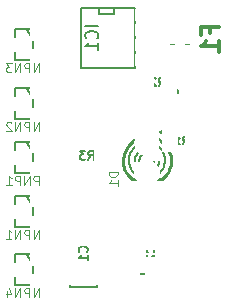
<source format=gbo>
G04 (created by PCBNEW-RS274X (2012-01-19 BZR 3256)-stable) date 07/11/2012 22:21:36*
G01*
G70*
G90*
%MOIN*%
G04 Gerber Fmt 3.4, Leading zero omitted, Abs format*
%FSLAX34Y34*%
G04 APERTURE LIST*
%ADD10C,0.006000*%
%ADD11C,0.005000*%
%ADD12C,0.015000*%
%ADD13C,0.010000*%
%ADD14C,0.012000*%
%ADD15C,0.003000*%
%ADD16C,0.003500*%
%ADD17C,0.075000*%
%ADD18R,0.100000X0.080000*%
%ADD19R,0.080000X0.100000*%
%ADD20R,0.075000X0.055000*%
%ADD21R,0.055000X0.075000*%
%ADD22R,0.080000X0.080000*%
%ADD23C,0.080000*%
%ADD24R,0.065000X0.040000*%
%ADD25R,0.120000X0.047600*%
%ADD26R,0.059400X0.047600*%
%ADD27C,0.086000*%
G04 APERTURE END LIST*
G54D10*
G54D11*
X10850Y-15150D02*
X10850Y-15250D01*
X10850Y-15250D02*
X09950Y-15250D01*
X09950Y-15250D02*
X09950Y-15150D01*
X10850Y-15150D02*
X09950Y-15150D01*
X09950Y-15150D02*
X09950Y-14500D01*
X10850Y-13800D02*
X10850Y-13150D01*
X10850Y-13150D02*
X09950Y-13150D01*
X09950Y-13150D02*
X09950Y-13800D01*
X10850Y-14500D02*
X10850Y-15150D01*
X11500Y-10450D02*
X11500Y-11350D01*
X11500Y-11350D02*
X10850Y-11350D01*
X10150Y-10450D02*
X09500Y-10450D01*
X09500Y-10450D02*
X09500Y-11350D01*
X09500Y-11350D02*
X10150Y-11350D01*
X10850Y-10450D02*
X11500Y-10450D01*
X12400Y-14800D02*
X12399Y-14809D01*
X12396Y-14819D01*
X12391Y-14827D01*
X12385Y-14835D01*
X12377Y-14841D01*
X12369Y-14846D01*
X12360Y-14848D01*
X12350Y-14849D01*
X12341Y-14849D01*
X12332Y-14846D01*
X12323Y-14841D01*
X12316Y-14835D01*
X12309Y-14828D01*
X12305Y-14819D01*
X12302Y-14810D01*
X12301Y-14800D01*
X12301Y-14791D01*
X12304Y-14782D01*
X12308Y-14773D01*
X12315Y-14766D01*
X12322Y-14759D01*
X12330Y-14755D01*
X12340Y-14752D01*
X12349Y-14751D01*
X12358Y-14751D01*
X12368Y-14754D01*
X12376Y-14758D01*
X12384Y-14764D01*
X12390Y-14772D01*
X12395Y-14780D01*
X12398Y-14789D01*
X12399Y-14799D01*
X12400Y-14800D01*
X12350Y-14350D02*
X12350Y-14750D01*
X12350Y-14750D02*
X12950Y-14750D01*
X12950Y-14750D02*
X12950Y-14350D01*
X12950Y-13950D02*
X12950Y-13550D01*
X12950Y-13550D02*
X12350Y-13550D01*
X12350Y-13550D02*
X12350Y-13950D01*
X13550Y-08750D02*
X13549Y-08759D01*
X13546Y-08769D01*
X13541Y-08777D01*
X13535Y-08785D01*
X13527Y-08791D01*
X13519Y-08796D01*
X13510Y-08798D01*
X13500Y-08799D01*
X13491Y-08799D01*
X13482Y-08796D01*
X13473Y-08791D01*
X13466Y-08785D01*
X13459Y-08778D01*
X13455Y-08769D01*
X13452Y-08760D01*
X13451Y-08750D01*
X13451Y-08741D01*
X13454Y-08732D01*
X13458Y-08723D01*
X13465Y-08716D01*
X13472Y-08709D01*
X13480Y-08705D01*
X13490Y-08702D01*
X13499Y-08701D01*
X13508Y-08701D01*
X13518Y-08704D01*
X13526Y-08708D01*
X13534Y-08714D01*
X13540Y-08722D01*
X13545Y-08730D01*
X13548Y-08739D01*
X13549Y-08749D01*
X13550Y-08750D01*
X13050Y-08750D02*
X13450Y-08750D01*
X13450Y-08750D02*
X13450Y-08150D01*
X13450Y-08150D02*
X13050Y-08150D01*
X12650Y-08150D02*
X12250Y-08150D01*
X12250Y-08150D02*
X12250Y-08750D01*
X12250Y-08750D02*
X12650Y-08750D01*
X13050Y-10100D02*
X13049Y-10109D01*
X13046Y-10119D01*
X13041Y-10127D01*
X13035Y-10135D01*
X13027Y-10141D01*
X13019Y-10146D01*
X13010Y-10148D01*
X13000Y-10149D01*
X12991Y-10149D01*
X12982Y-10146D01*
X12973Y-10141D01*
X12966Y-10135D01*
X12959Y-10128D01*
X12955Y-10119D01*
X12952Y-10110D01*
X12951Y-10100D01*
X12951Y-10091D01*
X12954Y-10082D01*
X12958Y-10073D01*
X12965Y-10066D01*
X12972Y-10059D01*
X12980Y-10055D01*
X12990Y-10052D01*
X12999Y-10051D01*
X13008Y-10051D01*
X13018Y-10054D01*
X13026Y-10058D01*
X13034Y-10064D01*
X13040Y-10072D01*
X13045Y-10080D01*
X13048Y-10089D01*
X13049Y-10099D01*
X13050Y-10100D01*
X13450Y-10100D02*
X13050Y-10100D01*
X13050Y-10100D02*
X13050Y-10700D01*
X13050Y-10700D02*
X13450Y-10700D01*
X13850Y-10700D02*
X14250Y-10700D01*
X14250Y-10700D02*
X14250Y-10100D01*
X14250Y-10100D02*
X13850Y-10100D01*
X10300Y-05950D02*
X10300Y-07950D01*
X10300Y-07950D02*
X12100Y-07950D01*
X12100Y-07950D02*
X12100Y-05950D01*
X12100Y-05950D02*
X10300Y-05950D01*
X10900Y-05950D02*
X10900Y-06150D01*
X10900Y-06150D02*
X11400Y-06150D01*
X11400Y-06150D02*
X11400Y-05950D01*
G54D12*
X13837Y-06319D02*
X13325Y-06319D01*
X13325Y-06319D02*
X13325Y-07579D01*
X13325Y-07579D02*
X13837Y-07579D01*
X13837Y-07579D02*
X13837Y-06319D01*
G54D11*
X08700Y-12550D02*
X08500Y-12250D01*
X08700Y-13250D02*
X08700Y-12225D01*
X08700Y-12225D02*
X08100Y-12225D01*
X08100Y-12225D02*
X08100Y-13250D01*
X08100Y-13250D02*
X08700Y-13250D01*
X08700Y-08950D02*
X08500Y-08650D01*
X08700Y-09650D02*
X08700Y-08625D01*
X08700Y-08625D02*
X08100Y-08625D01*
X08100Y-08625D02*
X08100Y-09650D01*
X08100Y-09650D02*
X08700Y-09650D01*
X08700Y-07000D02*
X08500Y-06700D01*
X08700Y-07700D02*
X08700Y-06675D01*
X08700Y-06675D02*
X08100Y-06675D01*
X08100Y-06675D02*
X08100Y-07700D01*
X08100Y-07700D02*
X08700Y-07700D01*
X08700Y-14500D02*
X08500Y-14200D01*
X08700Y-15200D02*
X08700Y-14175D01*
X08700Y-14175D02*
X08100Y-14175D01*
X08100Y-14175D02*
X08100Y-15200D01*
X08100Y-15200D02*
X08700Y-15200D01*
X08700Y-10750D02*
X08500Y-10450D01*
X08700Y-11450D02*
X08700Y-10425D01*
X08700Y-10425D02*
X08100Y-10425D01*
X08100Y-10425D02*
X08100Y-11450D01*
X08100Y-11450D02*
X08700Y-11450D01*
G54D13*
X13000Y-11670D02*
X12000Y-11670D01*
G54D10*
X12500Y-10450D02*
X12448Y-10453D01*
X12396Y-10460D01*
X12345Y-10471D01*
X12295Y-10487D01*
X12247Y-10507D01*
X12201Y-10531D01*
X12156Y-10559D01*
X12116Y-10590D01*
X12897Y-10603D02*
X12857Y-10570D01*
X12813Y-10540D01*
X12768Y-10515D01*
X12720Y-10494D01*
X12671Y-10476D01*
X12620Y-10464D01*
X12568Y-10455D01*
X12516Y-10452D01*
X12500Y-10451D01*
X12111Y-11504D02*
X12152Y-11537D01*
X12196Y-11565D01*
X12242Y-11590D01*
X12290Y-11610D01*
X12339Y-11626D01*
X12390Y-11638D01*
X12442Y-11646D01*
X12494Y-11648D01*
X12500Y-11649D01*
X12500Y-11650D02*
X12552Y-11647D01*
X12604Y-11640D01*
X12655Y-11629D01*
X12705Y-11613D01*
X12753Y-11593D01*
X12800Y-11569D01*
X12844Y-11541D01*
X12884Y-11510D01*
X11900Y-11050D02*
X11903Y-11102D01*
X11910Y-11154D01*
X11921Y-11205D01*
X11937Y-11255D01*
X11957Y-11303D01*
X11981Y-11349D01*
X12009Y-11394D01*
X12041Y-11435D01*
X12076Y-11474D01*
X12115Y-11509D01*
X12151Y-11537D01*
X12140Y-10571D02*
X12100Y-10604D01*
X12062Y-10641D01*
X12028Y-10680D01*
X11998Y-10723D01*
X11971Y-10768D01*
X11949Y-10815D01*
X11930Y-10864D01*
X11916Y-10915D01*
X11906Y-10966D01*
X11901Y-11018D01*
X11900Y-11050D01*
X12867Y-11522D02*
X12907Y-11488D01*
X12944Y-11451D01*
X12977Y-11411D01*
X13007Y-11368D01*
X13033Y-11322D01*
X13054Y-11275D01*
X13072Y-11226D01*
X13085Y-11175D01*
X13094Y-11124D01*
X13098Y-11071D01*
X13099Y-11050D01*
X13100Y-11050D02*
X13097Y-10998D01*
X13090Y-10946D01*
X13079Y-10895D01*
X13063Y-10845D01*
X13043Y-10797D01*
X13019Y-10751D01*
X12991Y-10706D01*
X12959Y-10665D01*
X12924Y-10626D01*
X12885Y-10591D01*
X12868Y-10577D01*
X12500Y-10800D02*
X12479Y-10801D01*
X12457Y-10804D01*
X12436Y-10809D01*
X12415Y-10816D01*
X12395Y-10824D01*
X12376Y-10834D01*
X12357Y-10846D01*
X12340Y-10859D01*
X12324Y-10874D01*
X12309Y-10890D01*
X12296Y-10907D01*
X12284Y-10926D01*
X12274Y-10945D01*
X12266Y-10965D01*
X12259Y-10986D01*
X12254Y-11007D01*
X12251Y-11029D01*
X12250Y-11050D01*
X12500Y-10650D02*
X12466Y-10652D01*
X12431Y-10657D01*
X12397Y-10664D01*
X12364Y-10675D01*
X12331Y-10688D01*
X12301Y-10704D01*
X12271Y-10723D01*
X12243Y-10744D01*
X12218Y-10768D01*
X12194Y-10793D01*
X12173Y-10821D01*
X12154Y-10851D01*
X12138Y-10881D01*
X12125Y-10914D01*
X12114Y-10947D01*
X12107Y-10981D01*
X12102Y-11016D01*
X12100Y-11050D01*
X12500Y-11300D02*
X12521Y-11299D01*
X12543Y-11296D01*
X12564Y-11291D01*
X12585Y-11284D01*
X12605Y-11276D01*
X12625Y-11266D01*
X12643Y-11254D01*
X12660Y-11241D01*
X12676Y-11226D01*
X12691Y-11210D01*
X12704Y-11193D01*
X12716Y-11174D01*
X12726Y-11155D01*
X12734Y-11135D01*
X12741Y-11114D01*
X12746Y-11093D01*
X12749Y-11071D01*
X12750Y-11050D01*
X12500Y-11450D02*
X12534Y-11448D01*
X12569Y-11443D01*
X12603Y-11436D01*
X12636Y-11425D01*
X12669Y-11412D01*
X12700Y-11396D01*
X12729Y-11377D01*
X12757Y-11356D01*
X12782Y-11332D01*
X12806Y-11307D01*
X12827Y-11279D01*
X12846Y-11249D01*
X12862Y-11219D01*
X12875Y-11186D01*
X12886Y-11153D01*
X12893Y-11119D01*
X12898Y-11084D01*
X12900Y-11050D01*
G54D13*
X11700Y-11050D02*
X11704Y-11119D01*
X11713Y-11188D01*
X11728Y-11257D01*
X11749Y-11323D01*
X11775Y-11388D01*
X11808Y-11449D01*
X11845Y-11508D01*
X11888Y-11564D01*
X11935Y-11615D01*
X11986Y-11662D01*
X11987Y-11663D01*
X12124Y-10346D02*
X12064Y-10381D01*
X12007Y-10422D01*
X11955Y-10467D01*
X11906Y-10517D01*
X11862Y-10571D01*
X11822Y-10628D01*
X11788Y-10689D01*
X11759Y-10752D01*
X11736Y-10818D01*
X11719Y-10886D01*
X11707Y-10955D01*
X11702Y-11024D01*
X11701Y-11050D01*
X13015Y-11659D02*
X13066Y-11612D01*
X13113Y-11560D01*
X13155Y-11505D01*
X13192Y-11446D01*
X13224Y-11384D01*
X13250Y-11320D01*
X13271Y-11253D01*
X13286Y-11185D01*
X13295Y-11116D01*
X13297Y-11051D01*
X13300Y-11050D02*
X13296Y-10981D01*
X13287Y-10912D01*
X13272Y-10843D01*
X13251Y-10777D01*
X13225Y-10712D01*
X13192Y-10651D01*
X13155Y-10592D01*
X13112Y-10536D01*
X13065Y-10485D01*
X13014Y-10438D01*
X12958Y-10395D01*
X12900Y-10358D01*
X12897Y-10356D01*
X12500Y-10250D02*
X12431Y-10254D01*
X12362Y-10263D01*
X12293Y-10278D01*
X12227Y-10299D01*
X12162Y-10325D01*
X12121Y-10346D01*
X12918Y-10370D02*
X12857Y-10336D01*
X12794Y-10308D01*
X12728Y-10285D01*
X12660Y-10268D01*
X12591Y-10257D01*
X12522Y-10252D01*
X12500Y-10251D01*
G54D11*
X10493Y-14100D02*
X10507Y-14086D01*
X10521Y-14043D01*
X10521Y-14014D01*
X10507Y-13971D01*
X10479Y-13943D01*
X10450Y-13928D01*
X10393Y-13914D01*
X10350Y-13914D01*
X10293Y-13928D01*
X10264Y-13943D01*
X10236Y-13971D01*
X10221Y-14014D01*
X10221Y-14043D01*
X10236Y-14086D01*
X10250Y-14100D01*
X10521Y-14386D02*
X10521Y-14214D01*
X10521Y-14300D02*
X10221Y-14300D01*
X10264Y-14271D01*
X10293Y-14243D01*
X10307Y-14214D01*
X10550Y-11021D02*
X10650Y-10879D01*
X10722Y-11021D02*
X10722Y-10721D01*
X10607Y-10721D01*
X10579Y-10736D01*
X10564Y-10750D01*
X10550Y-10779D01*
X10550Y-10821D01*
X10564Y-10850D01*
X10579Y-10864D01*
X10607Y-10879D01*
X10722Y-10879D01*
X10450Y-10721D02*
X10264Y-10721D01*
X10364Y-10836D01*
X10322Y-10836D01*
X10293Y-10850D01*
X10279Y-10864D01*
X10264Y-10893D01*
X10264Y-10964D01*
X10279Y-10993D01*
X10293Y-11007D01*
X10322Y-11021D01*
X10407Y-11021D01*
X10436Y-11007D01*
X10450Y-10993D01*
X12727Y-14108D02*
X12739Y-14096D01*
X12751Y-14061D01*
X12751Y-14037D01*
X12739Y-14001D01*
X12715Y-13977D01*
X12692Y-13966D01*
X12644Y-13954D01*
X12608Y-13954D01*
X12561Y-13966D01*
X12537Y-13977D01*
X12513Y-14001D01*
X12501Y-14037D01*
X12501Y-14061D01*
X12513Y-14096D01*
X12525Y-14108D01*
X12525Y-14204D02*
X12513Y-14216D01*
X12501Y-14239D01*
X12501Y-14299D01*
X12513Y-14323D01*
X12525Y-14335D01*
X12549Y-14346D01*
X12573Y-14346D01*
X12608Y-14335D01*
X12751Y-14192D01*
X12751Y-14346D01*
X12892Y-08551D02*
X12975Y-08432D01*
X13034Y-08551D02*
X13034Y-08301D01*
X12939Y-08301D01*
X12915Y-08313D01*
X12904Y-08325D01*
X12892Y-08349D01*
X12892Y-08385D01*
X12904Y-08408D01*
X12915Y-08420D01*
X12939Y-08432D01*
X13034Y-08432D01*
X12796Y-08325D02*
X12784Y-08313D01*
X12761Y-08301D01*
X12701Y-08301D01*
X12677Y-08313D01*
X12665Y-08325D01*
X12654Y-08349D01*
X12654Y-08373D01*
X12665Y-08408D01*
X12808Y-08551D01*
X12654Y-08551D01*
X13692Y-10501D02*
X13775Y-10382D01*
X13834Y-10501D02*
X13834Y-10251D01*
X13739Y-10251D01*
X13715Y-10263D01*
X13704Y-10275D01*
X13692Y-10299D01*
X13692Y-10335D01*
X13704Y-10358D01*
X13715Y-10370D01*
X13739Y-10382D01*
X13834Y-10382D01*
X13454Y-10501D02*
X13596Y-10501D01*
X13525Y-10501D02*
X13525Y-10251D01*
X13549Y-10287D01*
X13573Y-10311D01*
X13596Y-10323D01*
X10882Y-06560D02*
X10432Y-06560D01*
X10839Y-06979D02*
X10861Y-06960D01*
X10882Y-06903D01*
X10882Y-06865D01*
X10861Y-06807D01*
X10818Y-06769D01*
X10775Y-06750D01*
X10689Y-06731D01*
X10625Y-06731D01*
X10539Y-06750D01*
X10496Y-06769D01*
X10454Y-06807D01*
X10432Y-06865D01*
X10432Y-06903D01*
X10454Y-06960D01*
X10475Y-06979D01*
X10882Y-07360D02*
X10882Y-07131D01*
X10882Y-07245D02*
X10432Y-07245D01*
X10496Y-07207D01*
X10539Y-07169D01*
X10561Y-07131D01*
G54D14*
X14592Y-06790D02*
X14592Y-06590D01*
X14906Y-06590D02*
X14306Y-06590D01*
X14306Y-06876D01*
X14906Y-07418D02*
X14906Y-07075D01*
X14906Y-07247D02*
X14306Y-07247D01*
X14392Y-07190D01*
X14449Y-07132D01*
X14477Y-07075D01*
G54D15*
X08897Y-13658D02*
X08897Y-13358D01*
X08725Y-13658D01*
X08725Y-13358D01*
X08583Y-13658D02*
X08583Y-13358D01*
X08468Y-13358D01*
X08440Y-13373D01*
X08425Y-13387D01*
X08411Y-13416D01*
X08411Y-13458D01*
X08425Y-13487D01*
X08440Y-13501D01*
X08468Y-13516D01*
X08583Y-13516D01*
X08283Y-13658D02*
X08283Y-13358D01*
X08111Y-13658D01*
X08111Y-13358D01*
X07811Y-13658D02*
X07983Y-13658D01*
X07897Y-13658D02*
X07897Y-13358D01*
X07926Y-13401D01*
X07954Y-13430D01*
X07983Y-13444D01*
X08897Y-10058D02*
X08897Y-09758D01*
X08725Y-10058D01*
X08725Y-09758D01*
X08583Y-10058D02*
X08583Y-09758D01*
X08468Y-09758D01*
X08440Y-09773D01*
X08425Y-09787D01*
X08411Y-09816D01*
X08411Y-09858D01*
X08425Y-09887D01*
X08440Y-09901D01*
X08468Y-09916D01*
X08583Y-09916D01*
X08283Y-10058D02*
X08283Y-09758D01*
X08111Y-10058D01*
X08111Y-09758D01*
X07983Y-09787D02*
X07969Y-09773D01*
X07940Y-09758D01*
X07869Y-09758D01*
X07840Y-09773D01*
X07826Y-09787D01*
X07811Y-09816D01*
X07811Y-09844D01*
X07826Y-09887D01*
X07997Y-10058D01*
X07811Y-10058D01*
X08897Y-08108D02*
X08897Y-07808D01*
X08725Y-08108D01*
X08725Y-07808D01*
X08583Y-08108D02*
X08583Y-07808D01*
X08468Y-07808D01*
X08440Y-07823D01*
X08425Y-07837D01*
X08411Y-07866D01*
X08411Y-07908D01*
X08425Y-07937D01*
X08440Y-07951D01*
X08468Y-07966D01*
X08583Y-07966D01*
X08283Y-08108D02*
X08283Y-07808D01*
X08111Y-08108D01*
X08111Y-07808D01*
X07997Y-07808D02*
X07811Y-07808D01*
X07911Y-07923D01*
X07869Y-07923D01*
X07840Y-07937D01*
X07826Y-07951D01*
X07811Y-07980D01*
X07811Y-08051D01*
X07826Y-08080D01*
X07840Y-08094D01*
X07869Y-08108D01*
X07954Y-08108D01*
X07983Y-08094D01*
X07997Y-08080D01*
X08897Y-15608D02*
X08897Y-15308D01*
X08725Y-15608D01*
X08725Y-15308D01*
X08583Y-15608D02*
X08583Y-15308D01*
X08468Y-15308D01*
X08440Y-15323D01*
X08425Y-15337D01*
X08411Y-15366D01*
X08411Y-15408D01*
X08425Y-15437D01*
X08440Y-15451D01*
X08468Y-15466D01*
X08583Y-15466D01*
X08283Y-15608D02*
X08283Y-15308D01*
X08111Y-15608D01*
X08111Y-15308D01*
X07840Y-15408D02*
X07840Y-15608D01*
X07911Y-15294D02*
X07983Y-15508D01*
X07797Y-15508D01*
X08890Y-11858D02*
X08890Y-11558D01*
X08775Y-11558D01*
X08747Y-11573D01*
X08732Y-11587D01*
X08718Y-11616D01*
X08718Y-11658D01*
X08732Y-11687D01*
X08747Y-11701D01*
X08775Y-11716D01*
X08890Y-11716D01*
X08590Y-11858D02*
X08590Y-11558D01*
X08418Y-11858D01*
X08418Y-11558D01*
X08276Y-11858D02*
X08276Y-11558D01*
X08161Y-11558D01*
X08133Y-11573D01*
X08118Y-11587D01*
X08104Y-11616D01*
X08104Y-11658D01*
X08118Y-11687D01*
X08133Y-11701D01*
X08161Y-11716D01*
X08276Y-11716D01*
X07818Y-11858D02*
X07990Y-11858D01*
X07904Y-11858D02*
X07904Y-11558D01*
X07933Y-11601D01*
X07961Y-11630D01*
X07990Y-11644D01*
G54D16*
X11521Y-11428D02*
X11221Y-11428D01*
X11221Y-11500D01*
X11236Y-11543D01*
X11264Y-11571D01*
X11293Y-11586D01*
X11350Y-11600D01*
X11393Y-11600D01*
X11450Y-11586D01*
X11479Y-11571D01*
X11507Y-11543D01*
X11521Y-11500D01*
X11521Y-11428D01*
X11521Y-11886D02*
X11521Y-11714D01*
X11521Y-11800D02*
X11221Y-11800D01*
X11264Y-11771D01*
X11293Y-11743D01*
X11307Y-11714D01*
%LPC*%
G54D17*
X12450Y-12450D03*
X10450Y-12450D03*
X12450Y-09450D03*
X10450Y-09450D03*
G54D18*
X10400Y-14800D03*
X10400Y-13500D03*
G54D19*
X11150Y-10900D03*
X09850Y-10900D03*
G54D20*
X12650Y-14525D03*
X12650Y-13775D03*
G54D21*
X13225Y-08450D03*
X12475Y-08450D03*
X13275Y-10400D03*
X14025Y-10400D03*
G54D22*
X11600Y-14650D03*
G54D23*
X11600Y-13650D03*
G54D24*
X09950Y-06200D03*
X09950Y-06700D03*
X09950Y-07200D03*
X09950Y-07700D03*
X12450Y-07700D03*
X12450Y-07200D03*
X12450Y-06700D03*
X12450Y-06200D03*
G54D22*
X14950Y-08450D03*
G54D23*
X14950Y-09450D03*
X14950Y-10450D03*
X14950Y-11450D03*
X14950Y-12450D03*
X14950Y-13450D03*
G54D25*
X13601Y-06476D03*
X13601Y-06949D03*
X13601Y-07421D03*
G54D26*
X07900Y-12750D03*
X08900Y-13125D03*
X08900Y-12375D03*
X07900Y-09150D03*
X08900Y-09525D03*
X08900Y-08775D03*
X07900Y-07200D03*
X08900Y-07575D03*
X08900Y-06825D03*
X07900Y-14700D03*
X08900Y-15075D03*
X08900Y-14325D03*
X07900Y-10950D03*
X08900Y-11325D03*
X08900Y-10575D03*
G54D27*
X12500Y-10450D03*
X12500Y-11450D03*
M02*

</source>
